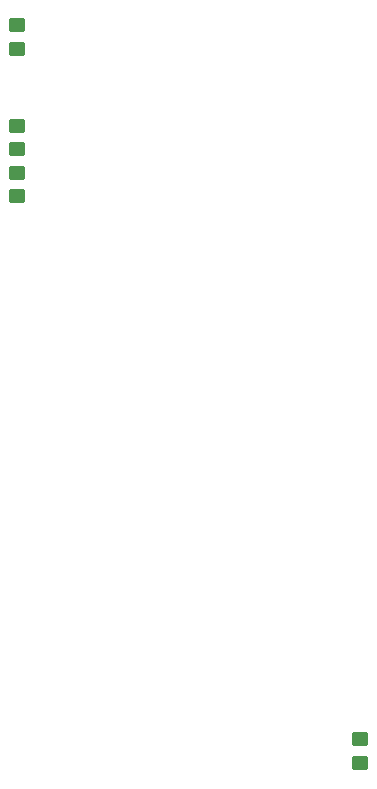
<source format=gbr>
%TF.GenerationSoftware,KiCad,Pcbnew,8.0.8*%
%TF.CreationDate,2025-07-28T16:06:37+02:00*%
%TF.ProjectId,Linefollower Wz.4,4c696e65-666f-46c6-9c6f-77657220577a,4.1*%
%TF.SameCoordinates,Original*%
%TF.FileFunction,Paste,Top*%
%TF.FilePolarity,Positive*%
%FSLAX46Y46*%
G04 Gerber Fmt 4.6, Leading zero omitted, Abs format (unit mm)*
G04 Created by KiCad (PCBNEW 8.0.8) date 2025-07-28 16:06:37*
%MOMM*%
%LPD*%
G01*
G04 APERTURE LIST*
G04 Aperture macros list*
%AMRoundRect*
0 Rectangle with rounded corners*
0 $1 Rounding radius*
0 $2 $3 $4 $5 $6 $7 $8 $9 X,Y pos of 4 corners*
0 Add a 4 corners polygon primitive as box body*
4,1,4,$2,$3,$4,$5,$6,$7,$8,$9,$2,$3,0*
0 Add four circle primitives for the rounded corners*
1,1,$1+$1,$2,$3*
1,1,$1+$1,$4,$5*
1,1,$1+$1,$6,$7*
1,1,$1+$1,$8,$9*
0 Add four rect primitives between the rounded corners*
20,1,$1+$1,$2,$3,$4,$5,0*
20,1,$1+$1,$4,$5,$6,$7,0*
20,1,$1+$1,$6,$7,$8,$9,0*
20,1,$1+$1,$8,$9,$2,$3,0*%
G04 Aperture macros list end*
%ADD10RoundRect,0.250000X0.450000X-0.350000X0.450000X0.350000X-0.450000X0.350000X-0.450000X-0.350000X0*%
%ADD11RoundRect,0.250000X-0.450000X0.350000X-0.450000X-0.350000X0.450000X-0.350000X0.450000X0.350000X0*%
G04 APERTURE END LIST*
D10*
%TO.C,R3*%
X87990000Y-72525000D03*
X87990000Y-70525000D03*
%TD*%
%TO.C,R4*%
X87990000Y-81025000D03*
X87990000Y-79025000D03*
%TD*%
D11*
%TO.C,R1*%
X117000000Y-131000000D03*
X117000000Y-133000000D03*
%TD*%
D10*
%TO.C,R2*%
X87990000Y-85025000D03*
X87990000Y-83025000D03*
%TD*%
M02*

</source>
